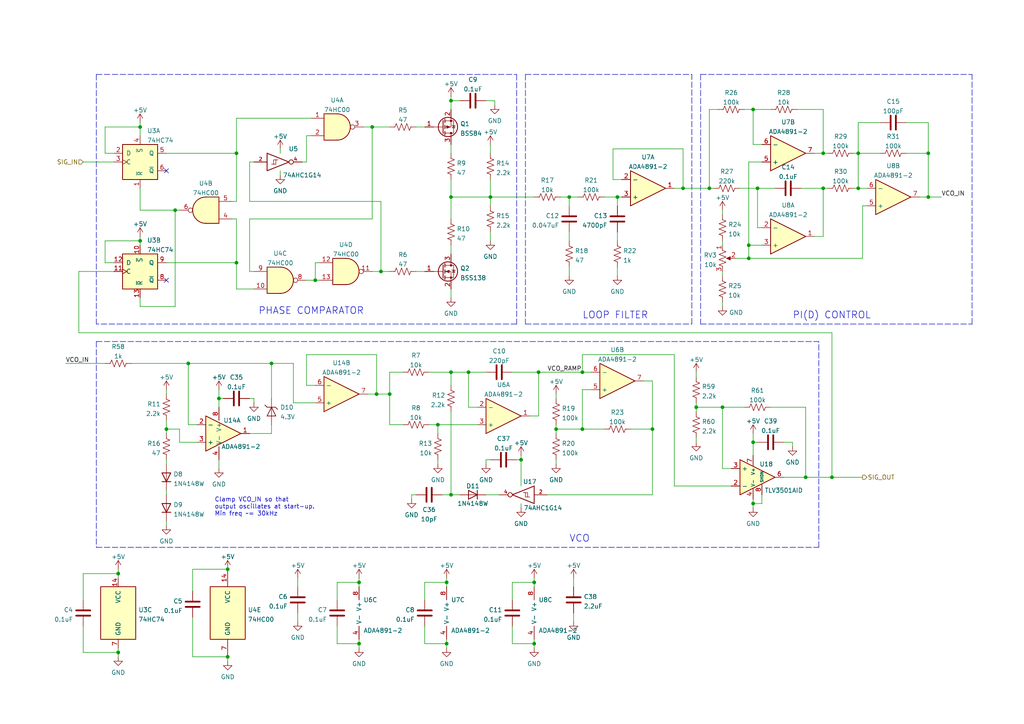
<source format=kicad_sch>
(kicad_sch (version 20211123) (generator eeschema)
  (paper "A4")
  (lib_symbols
    (symbol "74xGxx:74AHC1G14" (pin_names (offset 1.016))
      (property "Reference" "U" (at -2.54 3.81 0))
      (property "Value" "74AHC1G14" (at 0 -3.81 0))
      (symbol "74AHC1G14_1_1"
        (pin input line (at -7.62 0 0) (length 3.81) (name "~") (number "2"))
        (pin power_in line (at 0 -2.54 270) (length 0) hide (name "GND") (number "3"))
        (pin output inverted (at 6.35 0 180) (length 3.81) (name "~") (number "4"))
        (pin power_in line (at 0 2.54 90) (length 0) hide (name "VCC") (number "5"))
      )
    )
    (symbol "74xx:74HC00" (pin_names (offset 1.016))
      (property "Reference" "U" (at 0 1.27 0))
      (property "Value" "74HC00" (at 0 -1.27 0))
      (symbol "74HC00_1_1"
        (pin input line (at -7.62 2.54 0) (length 3.81) (name "~") (number "1"))
        (pin input line (at -7.62 -2.54 0) (length 3.81) (name "~") (number "2"))
        (pin output inverted (at 7.62 0 180) (length 3.81) (name "~") (number "3"))
      )
      (symbol "74HC00_1_2"
        (pin input inverted (at -7.62 2.54 0) (length 4.318) (name "~") (number "1"))
        (pin input inverted (at -7.62 -2.54 0) (length 4.318) (name "~") (number "2"))
        (pin output line (at 7.62 0 180) (length 3.81) (name "~") (number "3"))
      )
      (symbol "74HC00_2_1"
        (pin input line (at -7.62 2.54 0) (length 3.81) (name "~") (number "4"))
        (pin input line (at -7.62 -2.54 0) (length 3.81) (name "~") (number "5"))
        (pin output inverted (at 7.62 0 180) (length 3.81) (name "~") (number "6"))
      )
      (symbol "74HC00_2_2"
        (pin input inverted (at -7.62 2.54 0) (length 4.318) (name "~") (number "4"))
        (pin input inverted (at -7.62 -2.54 0) (length 4.318) (name "~") (number "5"))
        (pin output line (at 7.62 0 180) (length 3.81) (name "~") (number "6"))
      )
      (symbol "74HC00_3_1"
        (pin input line (at -7.62 -2.54 0) (length 3.81) (name "~") (number "10"))
        (pin output inverted (at 7.62 0 180) (length 3.81) (name "~") (number "8"))
        (pin input line (at -7.62 2.54 0) (length 3.81) (name "~") (number "9"))
      )
      (symbol "74HC00_3_2"
        (pin input inverted (at -7.62 -2.54 0) (length 4.318) (name "~") (number "10"))
        (pin output line (at 7.62 0 180) (length 3.81) (name "~") (number "8"))
        (pin input inverted (at -7.62 2.54 0) (length 4.318) (name "~") (number "9"))
      )
      (symbol "74HC00_4_1"
        (pin output inverted (at 7.62 0 180) (length 3.81) (name "~") (number "11"))
        (pin input line (at -7.62 2.54 0) (length 3.81) (name "~") (number "12"))
        (pin input line (at -7.62 -2.54 0) (length 3.81) (name "~") (number "13"))
      )
      (symbol "74HC00_4_2"
        (pin output line (at 7.62 0 180) (length 3.81) (name "~") (number "11"))
        (pin input inverted (at -7.62 2.54 0) (length 4.318) (name "~") (number "12"))
        (pin input inverted (at -7.62 -2.54 0) (length 4.318) (name "~") (number "13"))
      )
      (symbol "74HC00_5_0"
        (pin power_in line (at 0 12.7 270) (length 5.08) (name "VCC") (number "14"))
        (pin power_in line (at 0 -12.7 90) (length 5.08) (name "GND") (number "7"))
      )
    )
    (symbol "74xx:74HC74" (pin_names (offset 1.016))
      (property "Reference" "U" (at -7.62 8.89 0))
      (property "Value" "74HC74" (at -7.62 -8.89 0))
      (symbol "74HC74_1_0"
        (pin input line (at 0 -7.62 90) (length 2.54) (name "~{R}") (number "1"))
        (pin input line (at -7.62 2.54 0) (length 2.54) (name "D") (number "2"))
        (pin input clock (at -7.62 0 0) (length 2.54) (name "C") (number "3"))
        (pin input line (at 0 7.62 270) (length 2.54) (name "~{S}") (number "4"))
        (pin output line (at 7.62 2.54 180) (length 2.54) (name "Q") (number "5"))
        (pin output line (at 7.62 -2.54 180) (length 2.54) (name "~{Q}") (number "6"))
      )
      (symbol "74HC74_2_0"
        (pin input line (at 0 7.62 270) (length 2.54) (name "~{S}") (number "10"))
        (pin input clock (at -7.62 0 0) (length 2.54) (name "C") (number "11"))
        (pin input line (at -7.62 2.54 0) (length 2.54) (name "D") (number "12"))
        (pin input line (at 0 -7.62 90) (length 2.54) (name "~{R}") (number "13"))
        (pin output line (at 7.62 -2.54 180) (length 2.54) (name "~{Q}") (number "8"))
        (pin output line (at 7.62 2.54 180) (length 2.54) (name "Q") (number "9"))
      )
      (symbol "74HC74_3_0"
        (pin power_in line (at 0 10.16 270) (length 2.54) (name "VCC") (number "14"))
        (pin power_in line (at 0 -10.16 90) (length 2.54) (name "GND") (number "7"))
      )
    )
    (symbol "Device:C" (pin_numbers hide) (pin_names (offset 0.254))
      (property "Reference" "C" (at 0.635 2.54 0))
      (property "Value" "C" (at 0.635 -2.54 0))
      (symbol "C_1_1"
        (pin passive line (at 0 3.81 270) (length 2.794) (name "~") (number "1"))
        (pin passive line (at 0 -3.81 90) (length 2.794) (name "~") (number "2"))
      )
    )
    (symbol "Device:Opamp_Dual"
      (property "Reference" "U" (at 0 5.08 0))
      (property "Value" "Opamp_Dual" (at 0 -5.08 0))
      (symbol "Opamp_Dual_1_1"
        (pin output line (at 7.62 0 180) (length 2.54) (name "~") (number "1"))
        (pin input line (at -7.62 -2.54 0) (length 2.54) (name "-") (number "2"))
        (pin input line (at -7.62 2.54 0) (length 2.54) (name "+") (number "3"))
      )
      (symbol "Opamp_Dual_2_1"
        (pin input line (at -7.62 2.54 0) (length 2.54) (name "+") (number "5"))
        (pin input line (at -7.62 -2.54 0) (length 2.54) (name "-") (number "6"))
        (pin output line (at 7.62 0 180) (length 2.54) (name "~") (number "7"))
      )
      (symbol "Opamp_Dual_3_1"
        (pin power_in line (at -2.54 -7.62 90) (length 3.81) (name "V-") (number "4"))
        (pin power_in line (at -2.54 7.62 270) (length 3.81) (name "V+") (number "8"))
      )
    )
    (symbol "Device:R_Potentiometer_US" (pin_names (offset 1.016) hide)
      (property "Reference" "RV" (at -4.445 0 90))
      (property "Value" "R_Potentiometer_US" (at -2.54 0 90))
      (symbol "R_Potentiometer_US_1_1"
        (pin passive line (at 0 3.81 270) (length 1.27) (name "1") (number "1"))
        (pin passive line (at 3.81 0 180) (length 1.27) (name "2") (number "2"))
        (pin passive line (at 0 -3.81 90) (length 1.27) (name "3") (number "3"))
      )
    )
    (symbol "Device:R_US" (pin_numbers hide) (pin_names (offset 0))
      (property "Reference" "R" (at 2.54 0 90))
      (property "Value" "R_US" (at -2.54 0 90))
      (symbol "R_US_1_1"
        (pin passive line (at 0 3.81 270) (length 1.27) (name "~") (number "1"))
        (pin passive line (at 0 -3.81 90) (length 1.27) (name "~") (number "2"))
      )
    )
    (symbol "Diode:1N4148W" (pin_numbers hide) (pin_names (offset 1.016) hide)
      (property "Reference" "D" (at 0 2.54 0))
      (property "Value" "1N4148W" (at 0 -2.54 0))
      (symbol "1N4148W_1_1"
        (pin passive line (at -3.81 0 0) (length 2.54) (name "K") (number "1"))
        (pin passive line (at 3.81 0 180) (length 2.54) (name "A") (number "2"))
      )
    )
    (symbol "Repowered_Devices:D_Zener_Standard" (pin_numbers hide) (pin_names (offset 1.016) hide)
      (property "Reference" "D" (at 0 2.54 0))
      (property "Value" "D_Zener_Standard" (at 0 -2.54 0))
      (symbol "D_Zener_Standard_1_1"
        (pin passive line (at -3.81 0 0) (length 2.54) (name "K") (number "1"))
        (pin passive line (at 3.81 0 180) (length 2.54) (name "A") (number "2"))
      )
    )
    (symbol "Texas_Instruments:TLV3501AID"
      (property "Reference" "U" (at 0 3.81 0))
      (property "Value" "TLV3501AID" (at 0 1.27 0))
      (symbol "TLV3501AID_1_1"
        (pin no_connect line (at 8.89 -8.89 90) (length 2.54) hide (name "~") (number "1"))
        (pin input line (at -2.54 -7.62 0) (length 2.54) (name "-") (number "2"))
        (pin input line (at -2.54 -2.54 0) (length 2.54) (name "+") (number "3"))
        (pin power_in line (at 3.81 -11.43 90) (length 3) (name "V-") (number "4"))
        (pin no_connect line (at 8.89 -1.27 270) (length 2.54) hide (name "~") (number "5"))
        (pin output line (at 12.7 -5.08 180) (length 2.54) (name "~") (number "6"))
        (pin power_in line (at 3.81 1.27 270) (length 3) (name "V+") (number "7"))
        (pin input line (at 6.35 -10.16 90) (length 3) (name "SHDN") (number "8"))
      )
    )
    (symbol "Transistor_FET:BSS138" (pin_names hide)
      (property "Reference" "Q" (at 5.08 1.905 0))
      (property "Value" "BSS138" (at 5.08 0 0))
      (symbol "BSS138_1_1"
        (pin input line (at -5.08 0 0) (length 2.54) (name "G") (number "1"))
        (pin passive line (at 2.54 -5.08 90) (length 2.54) (name "S") (number "2"))
        (pin passive line (at 2.54 5.08 270) (length 2.54) (name "D") (number "3"))
      )
    )
    (symbol "Transistor_FET:BSS84" (pin_names hide)
      (property "Reference" "Q" (at 5.08 1.905 0))
      (property "Value" "BSS84" (at 5.08 0 0))
      (symbol "BSS84_1_1"
        (pin input line (at -5.08 0 0) (length 2.54) (name "G") (number "1"))
        (pin passive line (at 2.54 -5.08 90) (length 2.54) (name "S") (number "2"))
        (pin passive line (at 2.54 5.08 270) (length 2.54) (name "D") (number "3"))
      )
    )
    (symbol "power:+5V" (power) (pin_names (offset 0))
      (property "Value" "+5V" (at 0 3.556 0))
      (symbol "+5V_1_1"
        (pin power_in line (at 0 0 90) (length 0) hide (name "+5V") (number "1"))
      )
    )
    (symbol "power:GND" (power) (pin_names (offset 0))
      (property "Value" "GND" (at 0 -3.81 0))
      (symbol "GND_1_1"
        (pin power_in line (at 0 0 270) (length 0) hide (name "GND") (number "1"))
      )
    )
  )
  (junction (at 269.24 44.45))
  (junction (at 107.95 36.83))
  (junction (at 218.44 31.75))
  (junction (at 34.29 189.23))
  (junction (at 40.64 69.85))
  (junction (at 201.93 118.11))
  (junction (at 198.12 54.61))
  (junction (at 130.81 57.15))
  (junction (at 205.74 54.61))
  (junction (at 248.92 54.61))
  (junction (at 113.03 114.3))
  (junction (at 241.3 138.43))
  (junction (at 129.54 168.91))
  (junction (at 130.81 143.51))
  (junction (at 78.74 105.41))
  (junction (at 217.17 74.93))
  (junction (at 130.81 107.95))
  (junction (at 127 123.19))
  (junction (at 66.04 165.1))
  (junction (at 109.22 114.3))
  (junction (at 68.58 76.2))
  (junction (at 151.13 133.35))
  (junction (at 135.89 107.95))
  (junction (at 238.76 44.45))
  (junction (at 66.04 190.5))
  (junction (at 154.94 168.91))
  (junction (at 218.44 146.05))
  (junction (at 68.58 44.45))
  (junction (at 189.23 124.46))
  (junction (at 104.14 168.91))
  (junction (at 129.54 186.69))
  (junction (at 130.81 29.21))
  (junction (at 104.14 186.69))
  (junction (at 179.07 57.15))
  (junction (at 91.44 81.28))
  (junction (at 219.71 54.61))
  (junction (at 165.1 57.15))
  (junction (at 233.68 138.43))
  (junction (at 269.24 57.15))
  (junction (at 154.94 186.69))
  (junction (at 50.8 60.96))
  (junction (at 168.91 124.46))
  (junction (at 161.29 124.46))
  (junction (at 248.92 44.45))
  (junction (at 209.55 118.11))
  (junction (at 48.26 124.46))
  (junction (at 238.76 54.61))
  (junction (at 217.17 71.12))
  (junction (at 168.91 107.95))
  (junction (at 34.29 166.37))
  (junction (at 54.61 105.41))
  (junction (at 218.44 128.27))
  (junction (at 63.5 115.57))
  (junction (at 156.21 107.95))
  (junction (at 40.64 36.83))
  (junction (at 110.49 78.74))
  (junction (at 142.24 57.15))
  (no_connect (at 48.26 81.28))
  (no_connect (at 48.26 49.53))
  (wire (pts (xy 142.24 57.15) (xy 142.24 59.69)))
  (wire (pts (xy 233.68 118.11) (xy 233.68 138.43)))
  (wire (pts (xy 179.07 59.69) (xy 179.07 57.15)))
  (polyline (pts (xy 149.86 21.59) (xy 149.86 93.98)))
  (wire (pts (xy 88.9 39.37) (xy 90.17 39.37)))
  (wire (pts (xy 255.27 35.56) (xy 248.92 35.56)))
  (wire (pts (xy 104.14 187.96) (xy 104.14 186.69)))
  (wire (pts (xy 48.26 124.46) (xy 48.26 125.73)))
  (wire (pts (xy 248.92 35.56) (xy 248.92 44.45)))
  (wire (pts (xy 129.54 167.64) (xy 129.54 168.91)))
  (wire (pts (xy 151.13 132.08) (xy 151.13 133.35)))
  (wire (pts (xy 198.12 43.18) (xy 198.12 54.61)))
  (wire (pts (xy 33.02 78.74) (xy 22.86 78.74)))
  (wire (pts (xy 262.89 44.45) (xy 269.24 44.45)))
  (wire (pts (xy 168.91 107.95) (xy 171.45 107.95)))
  (wire (pts (xy 151.13 146.05) (xy 151.13 147.32)))
  (wire (pts (xy 130.81 27.94) (xy 130.81 29.21)))
  (wire (pts (xy 120.65 78.74) (xy 123.19 78.74)))
  (wire (pts (xy 238.76 54.61) (xy 240.03 54.61)))
  (wire (pts (xy 209.55 118.11) (xy 215.9 118.11)))
  (wire (pts (xy 54.61 123.19) (xy 57.15 123.19)))
  (wire (pts (xy 209.55 118.11) (xy 201.93 118.11)))
  (wire (pts (xy 113.03 107.95) (xy 116.84 107.95)))
  (polyline (pts (xy 203.2 21.59) (xy 281.94 21.59)))
  (wire (pts (xy 129.54 168.91) (xy 129.54 170.18)))
  (wire (pts (xy 48.26 142.24) (xy 48.26 143.51)))
  (wire (pts (xy 232.41 54.61) (xy 238.76 54.61)))
  (wire (pts (xy 107.95 36.83) (xy 107.95 63.5)))
  (wire (pts (xy 217.17 46.99) (xy 217.17 71.12)))
  (wire (pts (xy 227.33 128.27) (xy 229.87 128.27)))
  (wire (pts (xy 238.76 44.45) (xy 236.22 44.45)))
  (wire (pts (xy 48.26 44.45) (xy 68.58 44.45)))
  (wire (pts (xy 248.92 54.61) (xy 251.46 54.61)))
  (wire (pts (xy 142.24 133.35) (xy 140.97 133.35)))
  (wire (pts (xy 30.48 76.2) (xy 30.48 69.85)))
  (wire (pts (xy 130.81 29.21) (xy 133.35 29.21)))
  (wire (pts (xy 250.19 59.69) (xy 250.19 74.93)))
  (wire (pts (xy 209.55 60.96) (xy 209.55 62.23)))
  (wire (pts (xy 130.81 143.51) (xy 133.35 143.51)))
  (wire (pts (xy 135.89 107.95) (xy 140.97 107.95)))
  (polyline (pts (xy 27.94 99.06) (xy 237.49 99.06)))
  (wire (pts (xy 73.66 115.57) (xy 73.66 116.84)))
  (wire (pts (xy 209.55 69.85) (xy 209.55 71.12)))
  (wire (pts (xy 34.29 166.37) (xy 34.29 167.64)))
  (wire (pts (xy 34.29 165.1) (xy 34.29 166.37)))
  (wire (pts (xy 55.88 165.1) (xy 55.88 171.45)))
  (polyline (pts (xy 152.4 93.98) (xy 200.66 93.98)))
  (wire (pts (xy 161.29 114.3) (xy 161.29 115.57)))
  (wire (pts (xy 87.63 46.99) (xy 88.9 46.99)))
  (wire (pts (xy 40.64 88.9) (xy 50.8 88.9)))
  (wire (pts (xy 247.65 44.45) (xy 248.92 44.45)))
  (wire (pts (xy 215.9 31.75) (xy 218.44 31.75)))
  (wire (pts (xy 19.05 105.41) (xy 30.48 105.41)))
  (wire (pts (xy 238.76 54.61) (xy 238.76 68.58)))
  (wire (pts (xy 123.19 173.99) (xy 123.19 168.91)))
  (wire (pts (xy 91.44 81.28) (xy 92.71 81.28)))
  (wire (pts (xy 161.29 134.62) (xy 161.29 133.35)))
  (wire (pts (xy 34.29 189.23) (xy 34.29 190.5)))
  (wire (pts (xy 40.64 69.85) (xy 40.64 71.12)))
  (wire (pts (xy 68.58 34.29) (xy 68.58 44.45)))
  (wire (pts (xy 130.81 86.36) (xy 130.81 83.82)))
  (wire (pts (xy 205.74 54.61) (xy 207.01 54.61)))
  (wire (pts (xy 138.43 118.11) (xy 135.89 118.11)))
  (wire (pts (xy 161.29 124.46) (xy 161.29 125.73)))
  (wire (pts (xy 48.26 133.35) (xy 48.26 134.62)))
  (wire (pts (xy 48.26 113.03) (xy 48.26 114.3)))
  (polyline (pts (xy 281.94 93.98) (xy 281.94 21.59)))
  (wire (pts (xy 180.34 52.07) (xy 177.8 52.07)))
  (wire (pts (xy 66.04 165.1) (xy 55.88 165.1)))
  (wire (pts (xy 142.24 67.31) (xy 142.24 69.85)))
  (wire (pts (xy 107.95 36.83) (xy 113.03 36.83)))
  (wire (pts (xy 123.19 168.91) (xy 129.54 168.91)))
  (wire (pts (xy 33.02 76.2) (xy 30.48 76.2)))
  (wire (pts (xy 233.68 138.43) (xy 227.33 138.43)))
  (wire (pts (xy 24.13 189.23) (xy 34.29 189.23)))
  (wire (pts (xy 262.89 35.56) (xy 269.24 35.56)))
  (wire (pts (xy 97.79 173.99) (xy 97.79 168.91)))
  (wire (pts (xy 142.24 52.07) (xy 142.24 57.15)))
  (wire (pts (xy 128.27 143.51) (xy 130.81 143.51)))
  (wire (pts (xy 175.26 124.46) (xy 168.91 124.46)))
  (wire (pts (xy 52.07 128.27) (xy 52.07 124.46)))
  (wire (pts (xy 142.24 57.15) (xy 154.94 57.15)))
  (polyline (pts (xy 203.2 21.59) (xy 203.2 93.98)))
  (wire (pts (xy 88.9 81.28) (xy 91.44 81.28)))
  (wire (pts (xy 214.63 54.61) (xy 219.71 54.61)))
  (wire (pts (xy 217.17 74.93) (xy 217.17 71.12)))
  (wire (pts (xy 148.59 168.91) (xy 154.94 168.91)))
  (wire (pts (xy 218.44 125.73) (xy 218.44 128.27)))
  (wire (pts (xy 92.71 76.2) (xy 91.44 76.2)))
  (wire (pts (xy 219.71 66.04) (xy 219.71 54.61)))
  (wire (pts (xy 220.98 66.04) (xy 219.71 66.04)))
  (wire (pts (xy 218.44 41.91) (xy 220.98 41.91)))
  (wire (pts (xy 165.1 77.47) (xy 165.1 80.01)))
  (wire (pts (xy 78.74 123.19) (xy 78.74 125.73)))
  (wire (pts (xy 218.44 31.75) (xy 218.44 41.91)))
  (wire (pts (xy 107.95 78.74) (xy 110.49 78.74)))
  (wire (pts (xy 219.71 54.61) (xy 224.79 54.61)))
  (wire (pts (xy 72.39 125.73) (xy 78.74 125.73)))
  (wire (pts (xy 63.5 133.35) (xy 63.5 135.89)))
  (polyline (pts (xy 27.94 158.75) (xy 237.49 158.75)))
  (wire (pts (xy 123.19 186.69) (xy 129.54 186.69)))
  (wire (pts (xy 130.81 71.12) (xy 130.81 73.66)))
  (wire (pts (xy 218.44 128.27) (xy 219.71 128.27)))
  (wire (pts (xy 68.58 58.42) (xy 67.31 58.42)))
  (wire (pts (xy 217.17 71.12) (xy 220.98 71.12)))
  (wire (pts (xy 223.52 118.11) (xy 233.68 118.11)))
  (wire (pts (xy 110.49 78.74) (xy 110.49 58.42)))
  (wire (pts (xy 241.3 96.52) (xy 241.3 138.43)))
  (wire (pts (xy 161.29 123.19) (xy 161.29 124.46)))
  (wire (pts (xy 48.26 151.13) (xy 48.26 152.4)))
  (wire (pts (xy 91.44 116.84) (xy 85.09 116.84)))
  (wire (pts (xy 148.59 186.69) (xy 148.59 181.61)))
  (wire (pts (xy 97.79 168.91) (xy 104.14 168.91)))
  (wire (pts (xy 177.8 52.07) (xy 177.8 43.18)))
  (polyline (pts (xy 237.49 158.75) (xy 237.49 99.06)))
  (wire (pts (xy 130.81 57.15) (xy 130.81 63.5)))
  (wire (pts (xy 120.65 143.51) (xy 119.38 143.51)))
  (polyline (pts (xy 152.4 21.59) (xy 152.4 93.98)))
  (wire (pts (xy 24.13 166.37) (xy 24.13 173.99)))
  (wire (pts (xy 195.58 102.87) (xy 195.58 140.97)))
  (wire (pts (xy 50.8 88.9) (xy 50.8 60.96)))
  (wire (pts (xy 179.07 67.31) (xy 179.07 69.85)))
  (wire (pts (xy 72.39 58.42) (xy 72.39 46.99)))
  (wire (pts (xy 218.44 146.05) (xy 218.44 144.78)))
  (wire (pts (xy 130.81 29.21) (xy 130.81 31.75)))
  (wire (pts (xy 40.64 35.56) (xy 40.64 36.83)))
  (polyline (pts (xy 27.94 99.06) (xy 27.94 158.75)))
  (wire (pts (xy 154.94 187.96) (xy 154.94 186.69)))
  (wire (pts (xy 130.81 52.07) (xy 130.81 57.15)))
  (wire (pts (xy 104.14 185.42) (xy 104.14 186.69)))
  (wire (pts (xy 104.14 168.91) (xy 104.14 170.18)))
  (wire (pts (xy 50.8 60.96) (xy 52.07 60.96)))
  (wire (pts (xy 113.03 123.19) (xy 113.03 114.3)))
  (wire (pts (xy 148.59 186.69) (xy 154.94 186.69)))
  (wire (pts (xy 63.5 115.57) (xy 63.5 118.11)))
  (wire (pts (xy 201.93 118.11) (xy 201.93 119.38)))
  (wire (pts (xy 24.13 46.99) (xy 33.02 46.99)))
  (wire (pts (xy 86.36 177.8) (xy 86.36 180.34)))
  (wire (pts (xy 119.38 143.51) (xy 119.38 144.78)))
  (wire (pts (xy 168.91 124.46) (xy 168.91 113.03)))
  (polyline (pts (xy 27.94 21.59) (xy 149.86 21.59)))
  (wire (pts (xy 54.61 105.41) (xy 78.74 105.41)))
  (wire (pts (xy 209.55 87.63) (xy 209.55 88.9)))
  (wire (pts (xy 179.07 57.15) (xy 175.26 57.15)))
  (wire (pts (xy 81.28 43.18) (xy 81.28 44.45)))
  (wire (pts (xy 78.74 115.57) (xy 78.74 105.41)))
  (wire (pts (xy 201.93 128.27) (xy 201.93 127)))
  (wire (pts (xy 179.07 57.15) (xy 180.34 57.15)))
  (wire (pts (xy 40.64 60.96) (xy 50.8 60.96)))
  (wire (pts (xy 247.65 54.61) (xy 248.92 54.61)))
  (wire (pts (xy 63.5 113.03) (xy 63.5 115.57)))
  (wire (pts (xy 38.1 105.41) (xy 54.61 105.41)))
  (wire (pts (xy 33.02 44.45) (xy 30.48 44.45)))
  (wire (pts (xy 55.88 179.07) (xy 55.88 190.5)))
  (wire (pts (xy 68.58 63.5) (xy 67.31 63.5)))
  (polyline (pts (xy 152.4 21.59) (xy 200.66 21.59)))
  (wire (pts (xy 151.13 133.35) (xy 151.13 140.97)))
  (wire (pts (xy 22.86 78.74) (xy 22.86 96.52)))
  (wire (pts (xy 130.81 107.95) (xy 135.89 107.95)))
  (wire (pts (xy 209.55 78.74) (xy 209.55 80.01)))
  (wire (pts (xy 168.91 107.95) (xy 168.91 102.87)))
  (wire (pts (xy 113.03 114.3) (xy 113.03 107.95)))
  (wire (pts (xy 130.81 107.95) (xy 130.81 111.76)))
  (wire (pts (xy 127 134.62) (xy 127 133.35)))
  (wire (pts (xy 218.44 146.05) (xy 218.44 147.32)))
  (wire (pts (xy 54.61 105.41) (xy 54.61 123.19)))
  (wire (pts (xy 120.65 36.83) (xy 123.19 36.83)))
  (wire (pts (xy 40.64 36.83) (xy 40.64 39.37)))
  (wire (pts (xy 63.5 115.57) (xy 64.77 115.57)))
  (wire (pts (xy 223.52 31.75) (xy 218.44 31.75)))
  (wire (pts (xy 140.97 133.35) (xy 140.97 134.62)))
  (wire (pts (xy 88.9 111.76) (xy 91.44 111.76)))
  (polyline (pts (xy 203.2 93.98) (xy 281.94 93.98)))
  (wire (pts (xy 85.09 105.41) (xy 78.74 105.41)))
  (wire (pts (xy 66.04 190.5) (xy 66.04 191.77)))
  (wire (pts (xy 154.94 185.42) (xy 154.94 186.69)))
  (wire (pts (xy 186.69 110.49) (xy 189.23 110.49)))
  (wire (pts (xy 143.51 29.21) (xy 143.51 30.48)))
  (polyline (pts (xy 27.94 21.59) (xy 27.94 93.98)))
  (wire (pts (xy 269.24 44.45) (xy 269.24 57.15)))
  (wire (pts (xy 142.24 57.15) (xy 130.81 57.15)))
  (wire (pts (xy 48.26 121.92) (xy 48.26 124.46)))
  (wire (pts (xy 104.14 167.64) (xy 104.14 168.91)))
  (wire (pts (xy 24.13 181.61) (xy 24.13 189.23)))
  (wire (pts (xy 68.58 83.82) (xy 68.58 76.2)))
  (wire (pts (xy 109.22 114.3) (xy 113.03 114.3)))
  (wire (pts (xy 266.7 57.15) (xy 269.24 57.15)))
  (wire (pts (xy 238.76 31.75) (xy 238.76 44.45)))
  (wire (pts (xy 153.67 120.65) (xy 156.21 120.65)))
  (wire (pts (xy 130.81 119.38) (xy 130.81 143.51)))
  (wire (pts (xy 88.9 46.99) (xy 88.9 39.37)))
  (wire (pts (xy 130.81 41.91) (xy 130.81 44.45)))
  (wire (pts (xy 220.98 146.05) (xy 218.44 146.05)))
  (wire (pts (xy 140.97 29.21) (xy 143.51 29.21)))
  (wire (pts (xy 97.79 186.69) (xy 97.79 181.61)))
  (wire (pts (xy 201.93 116.84) (xy 201.93 118.11)))
  (wire (pts (xy 110.49 78.74) (xy 113.03 78.74)))
  (wire (pts (xy 88.9 102.87) (xy 88.9 111.76)))
  (wire (pts (xy 34.29 189.23) (xy 34.29 187.96)))
  (wire (pts (xy 68.58 34.29) (xy 90.17 34.29)))
  (wire (pts (xy 231.14 31.75) (xy 238.76 31.75)))
  (wire (pts (xy 269.24 35.56) (xy 269.24 44.45)))
  (wire (pts (xy 57.15 128.27) (xy 52.07 128.27)))
  (wire (pts (xy 129.54 185.42) (xy 129.54 186.69)))
  (wire (pts (xy 177.8 43.18) (xy 198.12 43.18)))
  (wire (pts (xy 52.07 124.46) (xy 48.26 124.46)))
  (wire (pts (xy 179.07 77.47) (xy 179.07 80.01)))
  (wire (pts (xy 22.86 96.52) (xy 241.3 96.52)))
  (wire (pts (xy 40.64 68.58) (xy 40.64 69.85)))
  (wire (pts (xy 189.23 124.46) (xy 189.23 143.51)))
  (wire (pts (xy 220.98 46.99) (xy 217.17 46.99)))
  (wire (pts (xy 250.19 138.43) (xy 241.3 138.43)))
  (wire (pts (xy 248.92 54.61) (xy 248.92 44.45)))
  (wire (pts (xy 107.95 63.5) (xy 72.39 63.5)))
  (wire (pts (xy 233.68 138.43) (xy 241.3 138.43)))
  (wire (pts (xy 30.48 36.83) (xy 40.64 36.83)))
  (wire (pts (xy 165.1 57.15) (xy 167.64 57.15)))
  (wire (pts (xy 30.48 69.85) (xy 40.64 69.85)))
  (wire (pts (xy 34.29 166.37) (xy 24.13 166.37)))
  (wire (pts (xy 86.36 167.64) (xy 86.36 170.18)))
  (wire (pts (xy 212.09 135.89) (xy 209.55 135.89)))
  (wire (pts (xy 124.46 123.19) (xy 127 123.19)))
  (wire (pts (xy 68.58 44.45) (xy 68.58 58.42)))
  (polyline (pts (xy 149.86 93.98) (xy 27.94 93.98)))
  (wire (pts (xy 201.93 107.95) (xy 201.93 109.22)))
  (wire (pts (xy 213.36 74.93) (xy 217.17 74.93)))
  (wire (pts (xy 48.26 76.2) (xy 68.58 76.2)))
  (wire (pts (xy 68.58 76.2) (xy 68.58 63.5)))
  (wire (pts (xy 205.74 31.75) (xy 205.74 54.61)))
  (wire (pts (xy 140.97 143.51) (xy 144.78 143.51)))
  (wire (pts (xy 269.24 57.15) (xy 273.05 57.15)))
  (wire (pts (xy 161.29 124.46) (xy 168.91 124.46)))
  (wire (pts (xy 124.46 107.95) (xy 130.81 107.95)))
  (wire (pts (xy 205.74 31.75) (xy 208.28 31.75)))
  (wire (pts (xy 142.24 44.45) (xy 142.24 41.91)))
  (wire (pts (xy 165.1 67.31) (xy 165.1 69.85)))
  (wire (pts (xy 168.91 113.03) (xy 171.45 113.03)))
  (wire (pts (xy 165.1 59.69) (xy 165.1 57.15)))
  (wire (pts (xy 154.94 168.91) (xy 154.94 170.18)))
  (wire (pts (xy 156.21 107.95) (xy 156.21 120.65)))
  (wire (pts (xy 81.28 49.53) (xy 81.28 50.8)))
  (wire (pts (xy 218.44 128.27) (xy 218.44 132.08)))
  (wire (pts (xy 198.12 54.61) (xy 205.74 54.61)))
  (wire (pts (xy 72.39 46.99) (xy 73.66 46.99)))
  (wire (pts (xy 55.88 190.5) (xy 66.04 190.5)))
  (wire (pts (xy 105.41 36.83) (xy 107.95 36.83)))
  (wire (pts (xy 30.48 44.45) (xy 30.48 36.83)))
  (wire (pts (xy 229.87 128.27) (xy 229.87 129.54)))
  (wire (pts (xy 166.37 177.8) (xy 166.37 180.34)))
  (wire (pts (xy 251.46 59.69) (xy 250.19 59.69)))
  (wire (pts (xy 73.66 83.82) (xy 68.58 83.82)))
  (wire (pts (xy 220.98 143.51) (xy 220.98 146.05)))
  (wire (pts (xy 72.39 58.42) (xy 110.49 58.42)))
  (wire (pts (xy 148.59 173.99) (xy 148.59 168.91)))
  (wire (pts (xy 189.23 110.49) (xy 189.23 124.46)))
  (wire (pts (xy 217.17 74.93) (xy 250.19 74.93)))
  (wire (pts (xy 106.68 114.3) (xy 109.22 114.3)))
  (wire (pts (xy 72.39 63.5) (xy 72.39 78.74)))
  (wire (pts (xy 40.64 86.36) (xy 40.64 88.9)))
  (wire (pts (xy 40.64 54.61) (xy 40.64 60.96)))
  (wire (pts (xy 165.1 57.15) (xy 162.56 57.15)))
  (wire (pts (xy 149.86 133.35) (xy 151.13 133.35)))
  (wire (pts (xy 209.55 135.89) (xy 209.55 118.11)))
  (polyline (pts (xy 200.66 93.98) (xy 200.66 21.59)))
  (wire (pts (xy 154.94 167.64) (xy 154.94 168.91)))
  (wire (pts (xy 238.76 44.45) (xy 240.03 44.45)))
  (wire (pts (xy 72.39 78.74) (xy 73.66 78.74)))
  (wire (pts (xy 127 123.19) (xy 127 125.73)))
  (wire (pts (xy 85.09 105.41) (xy 85.09 116.84)))
  (wire (pts (xy 97.79 186.69) (xy 104.14 186.69)))
  (wire (pts (xy 135.89 118.11) (xy 135.89 107.95)))
  (wire (pts (xy 166.37 167.64) (xy 166.37 170.18)))
  (wire (pts (xy 158.75 143.51) (xy 189.23 143.51)))
  (wire (pts (xy 109.22 102.87) (xy 88.9 102.87)))
  (wire (pts (xy 116.84 123.19) (xy 113.03 123.19)))
  (wire (pts (xy 198.12 54.61) (xy 195.58 54.61)))
  (wire (pts (xy 109.22 114.3) (xy 109.22 102.87)))
  (wire (pts (xy 195.58 140.97) (xy 212.09 140.97)))
  (wire (pts (xy 129.54 187.96) (xy 129.54 186.69)))
  (wire (pts (xy 248.92 44.45) (xy 255.27 44.45)))
  (wire (pts (xy 127 123.19) (xy 138.43 123.19)))
  (wire (pts (xy 148.59 107.95) (xy 156.21 107.95)))
  (wire (pts (xy 238.76 68.58) (xy 236.22 68.58)))
  (wire (pts (xy 168.91 102.87) (xy 195.58 102.87)))
  (wire (pts (xy 156.21 107.95) (xy 168.91 107.95)))
  (wire (pts (xy 91.44 76.2) (xy 91.44 81.28)))
  (wire (pts (xy 189.23 124.46) (xy 182.88 124.46)))
  (wire (pts (xy 123.19 186.69) (xy 123.19 181.61)))
  (wire (pts (xy 72.39 115.57) (xy 73.66 115.57)))
  (text "LOOP FILTER" (at 168.91 92.71 0) (effects (font (size 2 2)) (justify left bottom)))
  (text "Clamp VCO_IN so that \noutput oscillates at start-up.\nMin freq ~= 30kHz" (at 62.23 149.86 0) (effects (font (size 1.27 1.27)) (justify left bottom)))
  (text "VCO" (at 165.1 157.48 0) (effects (font (size 2 2)) (justify left bottom)))
  (text "PI(D) CONTROL" (at 229.87 92.71 0) (effects (font (size 2 2)) (justify left bottom)))
  (text "PHASE COMPARATOR" (at 74.93 91.44 0) (effects (font (size 2 2)) (justify left bottom)))
  (label "VCO_IN" (at 273.05 57.15 0))
  (label "VCO_RAMP" (at 158.75 107.95 0))
  (label "VCO_IN" (at 19.05 105.41 0))
  (hierarchical_label "SIG_IN" (shape input) (at 24.13 46.99 180))
  (hierarchical_label "SIG_OUT" (shape output) (at 250.19 138.43 0))
  (symbol (lib_id "Device:R_US") (at 142.24 63.5 180) (unit 1)
    (property "Reference" "R15" (at 143.891 62.5915 0) (effects (justify right)))
    (property "Value" "2.2k" (at 143.891 65.3666 0) (effects (justify right)))
    (property "Footprint" "Resistor_SMD:R_0805_2012Metric" (effects hide))
  )
  (symbol (lib_id "power:+5V") (at 81.28 43.18 0) (unit 1)
    (property "Reference" "#PWR017" (effects hide))
    (property "Value" "+5V" (at 81.28 39.5755 0))
  )
  (symbol (lib_id "Device:R_US") (at 48.26 129.54 180) (unit 1)
    (property "Reference" "R16" (at 46.609 128.6315 0) (effects (justify left)))
    (property "Value" "47" (at 46.609 131.4066 0) (effects (justify left)))
    (property "Footprint" "Resistor_SMD:R_0805_2012Metric" (effects hide))
  )
  (symbol (lib_id "Device:C") (at 228.6 54.61 90) (unit 1)
    (property "Reference" "C14" (at 228.6 48.4845 90))
    (property "Value" "0.1uF" (at 228.6 51.2596 90))
    (property "Footprint" "Capacitor_SMD:C_0603_1608Metric" (effects hide))
  )
  (symbol (lib_id "Transistor_FET:BSS84") (at 128.27 36.83 0) (mirror x) (unit 1)
    (property "Reference" "Q1" (at 133.477 35.9215 0) (effects (justify left)))
    (property "Value" "BSS84" (at 133.477 38.6966 0) (effects (justify left)))
    (property "Footprint" "Repowered_TO-SOT-SMD:SOT-23" (effects hide))
    (property "Datasheet" "http://assets.nexperia.com/documents/data-sheet/BSS84.pdf" (effects hide))
  )
  (symbol (lib_id "Device:R_US") (at 48.26 118.11 180) (unit 1)
    (property "Reference" "R11" (at 46.6091 117.2015 0) (effects (justify left)))
    (property "Value" "2.2k" (at 46.6091 119.9766 0) (effects (justify left)))
    (property "Footprint" "Resistor_SMD:R_0805_2012Metric" (effects hide))
  )
  (symbol (lib_id "74xx:74HC00") (at 100.33 78.74 0) (unit 4)
    (property "Reference" "U4" (at 100.33 70.9635 0))
    (property "Value" "74HC00" (at 100.33 73.7386 0))
    (property "Footprint" "Package_SO:SOIC-14_3.9x8.7mm_P1.27mm" (effects hide))
    (property "Datasheet" "http://www.ti.com/lit/gpn/sn74hc00" (effects hide))
  )
  (symbol (lib_id "power:GND") (at 229.87 129.54 0) (unit 1)
    (property "Reference" "#PWR097" (effects hide))
    (property "Value" "GND" (at 229.87 134.1025 0))
  )
  (symbol (lib_id "power:GND") (at 165.1 80.01 0) (unit 1)
    (property "Reference" "#PWR034" (effects hide))
    (property "Value" "GND" (at 165.1 84.5725 0))
  )
  (symbol (lib_id "Device:R_US") (at 212.09 31.75 270) (unit 1)
    (property "Reference" "R26" (at 212.09 26.8945 90))
    (property "Value" "100k" (at 212.09 29.6696 90))
    (property "Footprint" "Resistor_SMD:R_0805_2012Metric" (effects hide))
  )
  (symbol (lib_id "Texas_Instruments:TLV3501AID") (at 214.63 133.35 0) (unit 1)
    (property "Reference" "U18" (at 222.25 134.62 0))
    (property "Value" "TLV3501AID" (at 227.33 142.24 0))
    (property "Footprint" "Package_SO:SOIC-8_3.9x4.9mm_P1.27mm" (effects hide))
  )
  (symbol (lib_id "power:GND") (at 179.07 80.01 0) (unit 1)
    (property "Reference" "#PWR037" (effects hide))
    (property "Value" "GND" (at 179.07 84.5725 0))
  )
  (symbol (lib_id "Device:R_US") (at 34.29 105.41 270) (unit 1)
    (property "Reference" "R58" (at 34.29 100.5545 90))
    (property "Value" "1k" (at 34.29 103.3296 90))
    (property "Footprint" "Resistor_SMD:R_0805_2012Metric" (effects hide))
  )
  (symbol (lib_id "Device:R_US") (at 161.29 129.54 0) (unit 1)
    (property "Reference" "R20" (at 162.941 128.6315 0) (effects (justify left)))
    (property "Value" "100k" (at 162.941 131.4066 0) (effects (justify left)))
    (property "Footprint" "Resistor_SMD:R_0805_2012Metric" (effects hide))
  )
  (symbol (lib_id "Device:R_US") (at 209.55 83.82 0) (unit 1)
    (property "Reference" "R25" (at 211.201 82.9115 0) (effects (justify left)))
    (property "Value" "10k" (at 211.201 85.6866 0) (effects (justify left)))
    (property "Footprint" "Resistor_SMD:R_0805_2012Metric" (effects hide))
  )
  (symbol (lib_id "power:+5V") (at 86.36 167.64 0) (unit 1)
    (property "Reference" "#PWR019" (effects hide))
    (property "Value" "+5V" (at 86.36 164.0355 0))
  )
  (symbol (lib_id "Device:C") (at 24.13 177.8 0) (unit 1)
    (property "Reference" "C4" (at 21.209 176.8915 0) (effects (justify right)))
    (property "Value" "0.1uF" (at 21.209 179.6666 0) (effects (justify right)))
    (property "Footprint" "Capacitor_SMD:C_0603_1608Metric" (effects hide))
  )
  (symbol (lib_id "Device:C") (at 68.58 115.57 90) (unit 1)
    (property "Reference" "C35" (at 68.58 109.4445 90))
    (property "Value" "0.1uF" (at 68.58 112.2196 90))
    (property "Footprint" "Capacitor_SMD:C_0603_1608Metric" (effects hide))
  )
  (symbol (lib_id "74xGxx:74AHC1G14") (at 151.13 143.51 0) (mirror y) (unit 1)
    (property "Reference" "U17" (at 153.67 139.7 0))
    (property "Value" "74AHC1G14" (at 157.48 147.32 0))
    (property "Footprint" "Package_TO_SOT_SMD:SOT-23-5" (effects hide))
    (property "Datasheet" "https://www.ti.com/lit/ds/symlink/sn74lvc1g14.pdf" (effects hide))
  )
  (symbol (lib_id "Device:R_US") (at 209.55 66.04 0) (unit 1)
    (property "Reference" "R24" (at 211.201 65.1315 0) (effects (justify left)))
    (property "Value" "10k" (at 211.201 67.9066 0) (effects (justify left)))
    (property "Footprint" "Resistor_SMD:R_0805_2012Metric" (effects hide))
  )
  (symbol (lib_id "74xx:74HC74") (at 40.64 46.99 0) (unit 1)
    (property "Reference" "U3" (at 42.6594 37.9435 0) (effects (justify left)))
    (property "Value" "74HC74" (at 42.6594 40.7186 0) (effects (justify left)))
    (property "Footprint" "Package_SO:SOIC-14_3.9x8.7mm_P1.27mm" (effects hide))
    (property "Datasheet" "74xx/74hc_hct74.pdf" (effects hide))
  )
  (symbol (lib_id "Device:C") (at 86.36 173.99 0) (unit 1)
    (property "Reference" "C6" (at 83.439 173.0815 0) (effects (justify right)))
    (property "Value" "0.1uF" (at 83.439 175.8566 0) (effects (justify right)))
    (property "Footprint" "Capacitor_SMD:C_0603_1608Metric" (effects hide))
  )
  (symbol (lib_id "power:GND") (at 129.54 187.96 0) (unit 1)
    (property "Reference" "#PWR027" (effects hide))
    (property "Value" "GND" (at 129.54 192.5225 0))
  )
  (symbol (lib_id "74xx:74HC74") (at 34.29 177.8 0) (unit 3)
    (property "Reference" "U3" (at 40.132 176.8915 0) (effects (justify left)))
    (property "Value" "74HC74" (at 40.132 179.6666 0) (effects (justify left)))
    (property "Footprint" "Package_SO:SOIC-14_3.9x8.7mm_P1.27mm" (effects hide))
    (property "Datasheet" "74xx/74hc_hct74.pdf" (effects hide))
  )
  (symbol (lib_id "power:+5V") (at 201.93 107.95 0) (unit 1)
    (property "Reference" "#PWR093" (effects hide))
    (property "Value" "+5V" (at 201.93 104.3455 0))
  )
  (symbol (lib_id "power:GND") (at 119.38 144.78 0) (unit 1)
    (property "Reference" "#PWR087" (effects hide))
    (property "Value" "GND" (at 119.38 149.3425 0))
  )
  (symbol (lib_id "power:GND") (at 143.51 30.48 0) (unit 1)
    (property "Reference" "#PWR031" (effects hide))
    (property "Value" "GND" (at 143.51 35.0425 0))
  )
  (symbol (lib_id "power:+5V") (at 40.64 68.58 0) (unit 1)
    (property "Reference" "#PWR014" (effects hide))
    (property "Value" "+5V" (at 40.64 64.9755 0))
  )
  (symbol (lib_id "power:+5V") (at 63.5 113.03 0) (unit 1)
    (property "Reference" "#PWR084" (effects hide))
    (property "Value" "+5V" (at 63.5 109.4255 0))
  )
  (symbol (lib_id "power:GND") (at 127 134.62 0) (unit 1)
    (property "Reference" "#PWR028" (effects hide))
    (property "Value" "GND" (at 127 139.1825 0))
  )
  (symbol (lib_id "74xx:74HC00") (at 59.69 60.96 180) (unit 2)
    (property "Reference" "U4" (at 59.69 53.1835 0))
    (property "Value" "74HC00" (at 59.69 55.9586 0))
    (property "Footprint" "Package_SO:SOIC-14_3.9x8.7mm_P1.27mm" (effects hide))
    (property "Datasheet" "http://www.ti.com/lit/gpn/sn74hc00" (effects hide))
  )
  (symbol (lib_id "power:+5V") (at 104.14 167.64 0) (unit 1)
    (property "Reference" "#PWR021" (effects hide))
    (property "Value" "+5V" (at 104.14 164.0355 0))
  )
  (symbol (lib_id "power:+5V") (at 40.64 35.56 0) (unit 1)
    (property "Reference" "#PWR013" (effects hide))
    (property "Value" "+5V" (at 40.64 31.9555 0))
  )
  (symbol (lib_id "Device:R_US") (at 179.07 73.66 180) (unit 1)
    (property "Reference" "R22" (at 180.721 72.7515 0) (effects (justify right)))
    (property "Value" "1k" (at 180.721 75.5266 0) (effects (justify right)))
    (property "Footprint" "Resistor_SMD:R_0805_2012Metric" (effects hide))
  )
  (symbol (lib_id "74xx:74HC00") (at 97.79 36.83 0) (unit 1)
    (property "Reference" "U4" (at 97.79 29.0535 0))
    (property "Value" "74HC00" (at 97.79 31.8286 0))
    (property "Footprint" "Package_SO:SOIC-14_3.9x8.7mm_P1.27mm" (effects hide))
    (property "Datasheet" "http://www.ti.com/lit/gpn/sn74hc00" (effects hide))
  )
  (symbol (lib_id "Device:Opamp_Dual") (at 132.08 177.8 0) (unit 3)
    (property "Reference" "U7" (at 130.81 173.99 0) (effects (justify left)))
    (property "Value" "ADA4891-2" (at 130.81 182.88 0) (effects (justify left)))
    (property "Footprint" "Package_SO:SOIC-8_3.9x4.9mm_P1.27mm" (effects hide))
  )
  (symbol (lib_id "Device:R_US") (at 243.84 44.45 270) (unit 1)
    (property "Reference" "R29" (at 243.84 39.5945 90))
    (property "Value" "100k" (at 243.84 42.3696 90))
    (property "Footprint" "Resistor_SMD:R_0805_2012Metric" (effects hide))
  )
  (symbol (lib_id "Device:R_US") (at 116.84 36.83 90) (unit 1)
    (property "Reference" "R5" (at 116.84 31.9745 90))
    (property "Value" "47" (at 116.84 34.7496 90))
    (property "Footprint" "Resistor_SMD:R_0805_2012Metric" (effects hide))
  )
  (symbol (lib_id "power:+5V") (at 209.55 60.96 0) (unit 1)
    (property "Reference" "#PWR038" (effects hide))
    (property "Value" "+5V" (at 209.55 57.3555 0))
  )
  (symbol (lib_id "Device:R_US") (at 116.84 78.74 90) (unit 1)
    (property "Reference" "R6" (at 116.84 73.8845 90))
    (property "Value" "47" (at 116.84 76.6596 90))
    (property "Footprint" "Resistor_SMD:R_0805_2012Metric" (effects hide))
  )
  (symbol (lib_id "Device:C") (at 146.05 133.35 90) (unit 1)
    (property "Reference" "C37" (at 146.05 127.2245 90))
    (property "Value" "0.1uF" (at 146.05 129.9996 90))
    (property "Footprint" "Capacitor_SMD:C_0603_1608Metric" (effects hide))
  )
  (symbol (lib_id "Device:Opamp_Dual") (at 157.48 177.8 0) (unit 3)
    (property "Reference" "U8" (at 156.21 173.99 0) (effects (justify left)))
    (property "Value" "ADA4891-2" (at 156.21 182.88 0) (effects (justify left)))
    (property "Footprint" "Package_SO:SOIC-8_3.9x4.9mm_P1.27mm" (effects hide))
  )
  (symbol (lib_id "Repowered_Devices:D_Zener_Standard") (at 78.74 119.38 270) (unit 1)
    (property "Reference" "D10" (at 81.2546 118.154 90) (effects (justify left)))
    (property "Value" "4.3V" (at 81.2546 120.9291 90) (effects (justify left)))
    (property "Footprint" "Diode_SMD:D_SOD-123" (effects hide))
    (property "MFG_PN" "BZT52C4V3" (effects hide))
  )
  (symbol (lib_id "Device:Opamp_Dual") (at 66.04 125.73 0) (unit 3)
    (property "Reference" "U14" (effects hide))
    (property "Value" "ADA4891-2" (effects hide))
    (property "Footprint" "Package_SO:SOIC-8_3.9x4.9mm_P1.27mm" (effects hide))
  )
  (symbol (lib_id "power:+5V") (at 151.13 132.08 0) (mirror y) (unit 1)
    (property "Reference" "#PWR089" (effects hide))
    (property "Value" "+5V" (at 151.13 128.4755 0))
  )
  (symbol (lib_id "power:GND") (at 104.14 187.96 0) (unit 1)
    (property "Reference" "#PWR022" (effects hide))
    (property "Value" "GND" (at 104.14 192.5225 0))
  )
  (symbol (lib_id "Device:R_US") (at 171.45 57.15 270) (unit 1)
    (property "Reference" "R21" (at 171.45 52.2945 90))
    (property "Value" "100k" (at 171.45 55.0696 90))
    (property "Footprint" "Resistor_SMD:R_0805_2012Metric" (effects hide))
  )
  (symbol (lib_id "power:+5V") (at 166.37 167.64 0) (unit 1)
    (property "Reference" "#PWR091" (effects hide))
    (property "Value" "+5V" (at 166.37 164.0355 0))
  )
  (symbol (lib_id "Device:Opamp_Dual") (at 228.6 68.58 0) (mirror x) (unit 1)
    (property "Reference" "U8" (at 228.6 59.5335 0))
    (property "Value" "ADA4891-2" (at 228.6 62.3086 0))
    (property "Footprint" "Package_SO:SOIC-8_3.9x4.9mm_P1.27mm" (effects hide))
  )
  (symbol (lib_id "power:GND") (at 66.04 191.77 0) (unit 1)
    (property "Reference" "#PWR016" (effects hide))
    (property "Value" "GND" (at 66.04 196.3325 0))
  )
  (symbol (lib_id "power:+5V") (at 129.54 167.64 0) (unit 1)
    (property "Reference" "#PWR026" (effects hide))
    (property "Value" "+5V" (at 129.54 164.0355 0))
  )
  (symbol (lib_id "Diode:1N4148W") (at 137.16 143.51 180) (unit 1)
    (property "Reference" "D11" (at 137.16 140.97 0))
    (property "Value" "1N4148W" (at 137.16 146.05 0))
    (property "Footprint" "Diode_SMD:D_SOD-123" (effects hide))
    (property "Datasheet" "https://www.vishay.com/docs/85748/1n4148w.pdf" (effects hide))
  )
  (symbol (lib_id "Device:R_US") (at 201.93 113.03 0) (unit 1)
    (property "Reference" "R59" (at 203.581 112.1215 0) (effects (justify left)))
    (property "Value" "2.2k" (at 203.581 114.8966 0) (effects (justify left)))
    (property "Footprint" "Resistor_SMD:R_0805_2012Metric" (effects hide))
  )
  (symbol (lib_id "Device:Opamp_Dual") (at 179.07 110.49 0) (mirror x) (unit 2)
    (property "Reference" "U6" (at 179.07 101.4435 0))
    (property "Value" "ADA4891-2" (at 179.07 104.2186 0))
    (property "Footprint" "Package_SO:SOIC-8_3.9x4.9mm_P1.27mm" (effects hide))
  )
  (symbol (lib_id "Device:R_US") (at 127 129.54 180) (unit 1)
    (property "Reference" "R13" (at 125.349 128.6315 0) (effects (justify left)))
    (property "Value" "10k" (at 125.349 131.4066 0) (effects (justify left)))
    (property "Footprint" "Resistor_SMD:R_0805_2012Metric" (effects hide))
  )
  (symbol (lib_id "Device:C") (at 144.78 107.95 90) (unit 1)
    (property "Reference" "C10" (at 144.78 101.8245 90))
    (property "Value" "220pF" (at 144.78 104.5996 90))
    (property "Footprint" "Capacitor_SMD:C_0603_1608Metric" (effects hide))
  )
  (symbol (lib_id "Device:R_US") (at 219.71 118.11 90) (unit 1)
    (property "Reference" "R61" (at 219.71 113.2545 90))
    (property "Value" "100k" (at 219.71 116.0296 90))
    (property "Footprint" "Resistor_SMD:R_0805_2012Metric" (effects hide))
  )
  (symbol (lib_id "power:GND") (at 161.29 134.62 0) (unit 1)
    (property "Reference" "#PWR036" (effects hide))
    (property "Value" "GND" (at 161.29 139.1825 0))
  )
  (symbol (lib_id "Device:R_US") (at 120.65 107.95 90) (unit 1)
    (property "Reference" "R7" (at 120.65 103.0945 90))
    (property "Value" "10k" (at 120.65 105.8696 90))
    (property "Footprint" "Resistor_SMD:R_0805_2012Metric" (effects hide))
  )
  (symbol (lib_id "Device:C") (at 223.52 128.27 90) (unit 1)
    (property "Reference" "C39" (at 223.52 122.1445 90))
    (property "Value" "0.1uF" (at 223.52 124.9196 90))
    (property "Footprint" "Capacitor_SMD:C_0603_1608Metric" (effects hide))
  )
  (symbol (lib_id "Device:C") (at 165.1 63.5 0) (unit 1)
    (property "Reference" "C12" (at 162.179 62.5915 0) (effects (justify right)))
    (property "Value" "0.047uF" (at 162.179 65.3666 0) (effects (justify right)))
    (property "Footprint" "Capacitor_SMD:C_0603_1608Metric" (effects hide))
  )
  (symbol (lib_id "power:+5V") (at 48.26 113.03 0) (unit 1)
    (property "Reference" "#PWR025" (effects hide))
    (property "Value" "+5V" (at 48.26 109.4255 0))
  )
  (symbol (lib_id "Device:Opamp_Dual") (at 228.6 44.45 0) (mirror x) (unit 2)
    (property "Reference" "U7" (at 228.6 35.4035 0))
    (property "Value" "ADA4891-2" (at 228.6 38.1786 0))
    (property "Footprint" "Package_SO:SOIC-8_3.9x4.9mm_P1.27mm" (effects hide))
  )
  (symbol (lib_id "power:GND") (at 209.55 88.9 0) (unit 1)
    (property "Reference" "#PWR039" (effects hide))
    (property "Value" "GND" (at 211.455 90.649 0) (effects (justify left)))
  )
  (symbol (lib_id "Device:R_US") (at 120.65 123.19 270) (unit 1)
    (property "Reference" "R8" (at 120.65 118.3345 90))
    (property "Value" "10k" (at 120.65 121.1096 90))
    (property "Footprint" "Resistor_SMD:R_0805_2012Metric" (effects hide))
  )
  (symbol (lib_id "Diode:1N4148W") (at 48.26 138.43 90) (unit 1)
    (property "Reference" "D8" (at 50.292 137.5215 90) (effects (justify right)))
    (property "Value" "1N4148W" (at 50.292 140.2966 90) (effects (justify right)))
    (property "Footprint" "Diode_SMD:D_SOD-123" (effects hide))
    (property "Datasheet" "https://www.vishay.com/docs/85748/1n4148w.pdf" (effects hide))
  )
  (symbol (lib_id "74xx:74HC00") (at 66.04 177.8 0) (unit 5)
    (property "Reference" "U4" (at 71.882 176.8915 0) (effects (justify left)))
    (property "Value" "74HC00" (at 71.882 179.6666 0) (effects (justify left)))
    (property "Footprint" "Package_SO:SOIC-14_3.9x8.7mm_P1.27mm" (effects hide))
    (property "Datasheet" "http://www.ti.com/lit/gpn/sn74hc00" (effects hide))
  )
  (symbol (lib_id "power:+5V") (at 130.81 27.94 0) (unit 1)
    (property "Reference" "#PWR023" (effects hide))
    (property "Value" "+5V" (at 130.81 24.3355 0))
  )
  (symbol (lib_id "Device:Opamp_Dual") (at 64.77 125.73 0) (mirror x) (unit 1)
    (property "Reference" "U14" (at 67.31 121.92 0))
    (property "Value" "ADA4891-2" (at 69.85 129.54 0))
    (property "Footprint" "Package_SO:SOIC-8_3.9x4.9mm_P1.27mm" (effects hide))
  )
  (symbol (lib_id "Device:R_US") (at 165.1 73.66 180) (unit 1)
    (property "Reference" "R18" (at 166.751 72.7515 0) (effects (justify right)))
    (property "Value" "47" (at 166.751 75.5266 0) (effects (justify right)))
    (property "Footprint" "Resistor_SMD:R_0805_2012Metric" (effects hide))
  )
  (symbol (lib_id "Device:C") (at 124.46 143.51 90) (unit 1)
    (property "Reference" "C36" (at 124.46 147.8185 90))
    (property "Value" "10pF" (at 124.46 150.5936 90))
    (property "Footprint" "Capacitor_SMD:C_0603_1608Metric" (effects hide))
  )
  (symbol (lib_id "power:+5V") (at 34.29 165.1 0) (unit 1)
    (property "Reference" "#PWR011" (effects hide))
    (property "Value" "+5V" (at 34.29 161.4955 0))
  )
  (symbol (lib_id "Device:C") (at 166.37 173.99 180) (unit 1)
    (property "Reference" "C38" (at 169.291 173.0815 0) (effects (justify right)))
    (property "Value" "2.2uF" (at 169.291 175.8566 0) (effects (justify right)))
    (property "Footprint" "Capacitor_SMD:C_0805_2012Metric" (effects hide))
  )
  (symbol (lib_id "power:GND") (at 142.24 69.85 0) (unit 1)
    (property "Reference" "#PWR030" (effects hide))
    (property "Value" "GND" (at 142.24 74.4125 0))
  )
  (symbol (lib_id "power:GND") (at 86.36 180.34 0) (unit 1)
    (property "Reference" "#PWR020" (effects hide))
    (property "Value" "GND" (at 86.36 184.9025 0))
  )
  (symbol (lib_id "Device:C") (at 55.88 175.26 0) (unit 1)
    (property "Reference" "C5" (at 52.959 174.3515 0) (effects (justify right)))
    (property "Value" "0.1uF" (at 52.959 177.1266 0) (effects (justify right)))
    (property "Footprint" "Capacitor_SMD:C_0603_1608Metric" (effects hide))
  )
  (symbol (lib_id "Device:Opamp_Dual") (at 187.96 54.61 0) (mirror x) (unit 1)
    (property "Reference" "U7" (at 187.96 45.5635 0))
    (property "Value" "ADA4891-2" (at 187.96 48.3386 0))
    (property "Footprint" "Package_SO:SOIC-8_3.9x4.9mm_P1.27mm" (effects hide))
  )
  (symbol (lib_id "power:GND") (at 73.66 116.84 0) (unit 1)
    (property "Reference" "#PWR086" (effects hide))
    (property "Value" "GND" (at 73.66 121.4025 0))
  )
  (symbol (lib_id "Device:R_US") (at 179.07 124.46 90) (unit 1)
    (property "Reference" "R23" (at 179.07 119.6045 90))
    (property "Value" "100k" (at 179.07 122.3796 90))
    (property "Footprint" "Resistor_SMD:R_0805_2012Metric" (effects hide))
  )
  (symbol (lib_id "power:+5V") (at 161.29 114.3 0) (unit 1)
    (property "Reference" "#PWR035" (effects hide))
    (property "Value" "+5V" (at 161.29 110.6955 0))
  )
  (symbol (lib_id "Device:Opamp_Dual") (at 106.68 177.8 0) (unit 3)
    (property "Reference" "U6" (at 105.41 173.99 0) (effects (justify left)))
    (property "Value" "ADA4891-2" (at 105.41 182.88 0) (effects (justify left)))
    (property "Footprint" "Package_SO:SOIC-8_3.9x4.9mm_P1.27mm" (effects hide))
  )
  (symbol (lib_id "Device:R_US") (at 161.29 119.38 0) (unit 1)
    (property "Reference" "R19" (at 162.941 118.4715 0) (effects (justify left)))
    (property "Value" "100k" (at 162.941 121.2466 0) (effects (justify left)))
    (property "Footprint" "Resistor_SMD:R_0805_2012Metric" (effects hide))
  )
  (symbol (lib_id "power:GND") (at 151.13 147.32 0) (mirror y) (unit 1)
    (property "Reference" "#PWR090" (effects hide))
    (property "Value" "GND" (at 151.13 151.8825 0))
  )
  (symbol (lib_id "power:GND") (at 166.37 180.34 0) (unit 1)
    (property "Reference" "#PWR092" (effects hide))
    (property "Value" "GND" (at 166.37 184.9025 0))
  )
  (symbol (lib_id "Diode:1N4148W") (at 48.26 147.32 90) (unit 1)
    (property "Reference" "D9" (at 50.292 146.4115 90) (effects (justify right)))
    (property "Value" "1N4148W" (at 50.292 149.1866 90) (effects (justify right)))
    (property "Footprint" "Diode_SMD:D_SOD-123" (effects hide))
    (property "Datasheet" "https://www.vishay.com/docs/85748/1n4148w.pdf" (effects hide))
  )
  (symbol (lib_id "74xx:74HC74") (at 40.64 78.74 0) (unit 2)
    (property "Reference" "U3" (at 42.6594 69.6935 0) (effects (justify left)))
    (property "Value" "74HC74" (at 42.6594 72.4686 0) (effects (justify left)))
    (property "Footprint" "Package_SO:SOIC-14_3.9x8.7mm_P1.27mm" (effects hide))
    (property "Datasheet" "74xx/74hc_hct74.pdf" (effects hide))
  )
  (symbol (lib_id "Device:Opamp_Dual") (at 259.08 57.15 0) (mirror x) (unit 2)
    (property "Reference" "U8" (at 259.08 48.1035 0))
    (property "Value" "ADA4891-2" (at 259.08 50.8786 0))
    (property "Footprint" "Package_SO:SOIC-8_3.9x4.9mm_P1.27mm" (effects hide))
  )
  (symbol (lib_id "power:GND") (at 154.94 187.96 0) (unit 1)
    (property "Reference" "#PWR033" (effects hide))
    (property "Value" "GND" (at 154.94 192.5225 0))
  )
  (symbol (lib_id "power:+5V") (at 66.04 165.1 0) (unit 1)
    (property "Reference" "#PWR015" (effects hide))
    (property "Value" "+5V" (at 66.04 161.4955 0))
  )
  (symbol (lib_id "Device:C") (at 137.16 29.21 90) (unit 1)
    (property "Reference" "C9" (at 137.16 23.0845 90))
    (property "Value" "0.1uF" (at 137.16 25.8596 90))
    (property "Footprint" "Capacitor_SMD:C_0603_1608Metric" (effects hide))
  )
  (symbol (lib_id "power:+5V") (at 218.44 125.73 0) (unit 1)
    (property "Reference" "#PWR095" (effects hide))
    (property "Value" "+5V" (at 218.44 122.1255 0))
  )
  (symbol (lib_id "Device:R_US") (at 227.33 31.75 270) (unit 1)
    (property "Reference" "R28" (at 227.33 26.8945 90))
    (property "Value" "10k" (at 227.33 29.6696 90))
    (property "Footprint" "Resistor_SMD:R_0805_2012Metric" (effects hide))
  )
  (symbol (lib_id "power:+5V") (at 154.94 167.64 0) (unit 1)
    (property "Reference" "#PWR032" (effects hide))
    (property "Value" "+5V" (at 154.94 164.0355 0))
  )
  (symbol (lib_id "Device:R_US") (at 259.08 44.45 270) (unit 1)
    (property "Reference" "R31" (at 259.08 39.5945 90))
    (property "Value" "100k" (at 259.08 42.3696 90))
    (property "Footprint" "Resistor_SMD:R_0805_2012Metric" (effects hide))
  )
  (symbol (lib_id "Device:C") (at 123.19 177.8 0) (unit 1)
    (property "Reference" "C8" (at 120.269 176.8915 0) (effects (justify right)))
    (property "Value" "0.1uF" (at 120.269 179.6666 0) (effects (justify right)))
    (property "Footprint" "Capacitor_SMD:C_0603_1608Metric" (effects hide))
  )
  (symbol (lib_id "power:+5V") (at 142.24 41.91 0) (unit 1)
    (property "Reference" "#PWR029" (effects hide))
    (property "Value" "+5V" (at 142.24 38.3055 0))
  )
  (symbol (lib_id "power:GND") (at 201.93 128.27 0) (unit 1)
    (property "Reference" "#PWR094" (effects hide))
    (property "Value" "GND" (at 201.93 132.8325 0))
  )
  (symbol (lib_id "74xGxx:74AHC1G14") (at 81.28 46.99 0) (unit 1)
    (property "Reference" "U5" (at 85.09 43.18 0))
    (property "Value" "74AHC1G14" (at 87.63 50.8 0))
    (property "Footprint" "Package_TO_SOT_SMD:SOT-23-5" (effects hide))
    (property "Datasheet" "https://www.ti.com/lit/ds/symlink/sn74lvc1g14.pdf" (effects hide))
  )
  (symbol (lib_id "power:GND") (at 130.81 86.36 0) (unit 1)
    (property "Reference" "#PWR024" (effects hide))
    (property "Value" "GND" (at 130.81 90.9225 0))
  )
  (symbol (lib_id "Device:C") (at 179.07 63.5 0) (unit 1)
    (property "Reference" "C13" (at 176.149 62.5915 0) (effects (justify right)))
    (property "Value" "4700pF" (at 176.149 65.3666 0) (effects (justify right)))
    (property "Footprint" "Capacitor_SMD:C_0603_1608Metric" (effects hide))
  )
  (symbol (lib_id "Device:C") (at 97.79 177.8 0) (unit 1)
    (property "Reference" "C7" (at 94.869 176.8915 0) (effects (justify right)))
    (property "Value" "0.1uF" (at 94.869 179.6666 0) (effects (justify right)))
    (property "Footprint" "Capacitor_SMD:C_0603_1608Metric" (effects hide))
  )
  (symbol (lib_id "74xx:74HC00") (at 81.28 81.28 0) (unit 3)
    (property "Reference" "U4" (at 81.28 73.5035 0))
    (property "Value" "74HC00" (at 81.28 76.2786 0))
    (property "Footprint" "Package_SO:SOIC-14_3.9x8.7mm_P1.27mm" (effects hide))
    (property "Datasheet" "http://www.ti.com/lit/gpn/sn74hc00" (effects hide))
  )
  (symbol (lib_id "Device:R_US") (at 142.24 48.26 180) (unit 1)
    (property "Reference" "R14" (at 143.891 47.3515 0) (effects (justify right)))
    (property "Value" "2.2k" (at 143.891 50.1266 0) (effects (justify right)))
    (property "Footprint" "Resistor_SMD:R_0805_2012Metric" (effects hide))
  )
  (symbol (lib_id "Device:R_US") (at 130.81 67.31 180) (unit 1)
    (property "Reference" "R10" (at 132.461 66.4015 0) (effects (justify right)))
    (property "Value" "47" (at 132.461 69.1766 0) (effects (justify right)))
    (property "Footprint" "Resistor_SMD:R_0805_2012Metric" (effects hide))
  )
  (symbol (lib_id "power:GND") (at 81.28 50.8 0) (unit 1)
    (property "Reference" "#PWR018" (effects hide))
    (property "Value" "GND" (at 81.28 55.3625 0))
  )
  (symbol (lib_id "Device:R_US") (at 130.81 48.26 180) (unit 1)
    (property "Reference" "R9" (at 132.461 47.3515 0) (effects (justify right)))
    (property "Value" "47" (at 132.461 50.1266 0) (effects (justify right)))
    (property "Footprint" "Resistor_SMD:R_0805_2012Metric" (effects hide))
  )
  (symbol (lib_id "Device:R_US") (at 243.84 54.61 270) (unit 1)
    (property "Reference" "R30" (at 243.84 49.7545 90))
    (property "Value" "100k" (at 243.84 52.5296 90))
    (property "Footprint" "Resistor_SMD:R_0805_2012Metric" (effects hide))
  )
  (symbol (lib_id "Device:R_US") (at 158.75 57.15 270) (unit 1)
    (property "Reference" "R17" (at 158.75 52.2945 90))
    (property "Value" "10k" (at 158.75 55.0696 90))
    (property "Footprint" "Resistor_SMD:R_0805_2012Metric" (effects hide))
  )
  (symbol (lib_id "Device:C") (at 148.59 177.8 0) (unit 1)
    (property "Reference" "C11" (at 145.669 176.8915 0) (effects (justify right)))
    (property "Value" "0.1uF" (at 145.669 179.6666 0) (effects (justify right)))
    (property "Footprint" "Capacitor_SMD:C_0603_1608Metric" (effects hide))
  )
  (symbol (lib_id "Transistor_FET:BSS138") (at 128.27 78.74 0) (unit 1)
    (property "Reference" "Q2" (at 133.477 77.8315 0) (effects (justify left)))
    (property "Value" "BSS138" (at 133.477 80.6066 0) (effects (justify left)))
    (property "Footprint" "Repowered_TO-SOT-SMD:SOT-23" (effects hide))
    (property "Datasheet" "https://www.onsemi.com/pub/Collateral/BSS138-D.PDF" (effects hide))
  )
  (symbol (lib_id "Device:Opamp_Dual") (at 146.05 120.65 0) (mirror x) (unit 1)
    (property "Reference" "U6" (at 146.05 111.6035 0))
    (property "Value" "ADA4891-2" (at 146.05 114.3786 0))
    (property "Footprint" "Package_SO:SOIC-8_3.9x4.9mm_P1.27mm" (effects hide))
  )
  (symbol (lib_id "power:GND") (at 140.97 134.62 0) (unit 1)
    (property "Reference" "#PWR088" (effects hide))
    (property "Value" "GND" (at 140.97 139.1825 0))
  )
  (symbol (lib_id "Device:R_US") (at 201.93 123.19 0) (unit 1)
    (property "Reference" "R60" (at 203.581 122.2815 0) (effects (justify left)))
    (property "Value" "2.2k" (at 203.581 125.0566 0) (effects (justify left)))
    (property "Footprint" "Resistor_SMD:R_0805_2012Metric" (effects hide))
  )
  (symbol (lib_id "power:GND") (at 48.26 152.4 0) (unit 1)
    (property "Reference" "#PWR083" (effects hide))
    (property "Value" "GND" (at 48.26 156.9625 0))
  )
  (symbol (lib_id "Device:Opamp_Dual") (at 99.06 114.3 0) (mirror x) (unit 2)
    (property "Reference" "U14" (at 99.06 105.2535 0))
    (property "Value" "ADA4891-2" (at 99.06 108.0286 0))
    (property "Footprint" "Package_SO:SOIC-8_3.9x4.9mm_P1.27mm" (effects hide))
  )
  (symbol (lib_id "Device:R_US") (at 130.81 115.57 180) (unit 1)
    (property "Reference" "R12" (at 129.1591 114.6615 0) (effects (justify left)))
    (property "Value" "2.2k" (at 129.1591 117.4366 0) (effects (justify left)))
    (property "Footprint" "Resistor_SMD:R_0805_2012Metric" (effects hide))
  )
  (symbol (lib_id "Device:R_Potentiometer_US") (at 209.55 74.93 0) (unit 1)
    (property "Reference" "RV3" (at 207.8991 74.0215 0) (effects (justify right)))
    (property "Value" "10k" (at 207.8991 76.7966 0) (effects (justify right)))
    (property "Footprint" "Potentiometer_THT:Potentiometer_Bourns_3386P_Vertical" (effects hide))
  )
  (symbol (lib_id "power:GND") (at 63.5 135.89 0) (unit 1)
    (property "Reference" "#PWR085" (effects hide))
    (property "Value" "GND" (at 63.5 140.4525 0))
  )
  (symbol (lib_id "power:GND") (at 34.29 190.5 0) (unit 1)
    (property "Reference" "#PWR012" (effects hide))
    (property "Value" "GND" (at 34.29 195.0625 0))
  )
  (symbol (lib_id "power:GND") (at 218.44 147.32 0) (unit 1)
    (property "Reference" "#PWR096" (effects hide))
    (property "Value" "GND" (at 218.44 151.8825 0))
  )
  (symbol (lib_id "Device:R_US") (at 210.82 54.61 270) (unit 1)
    (property "Reference" "R27" (at 210.82 49.7545 90))
    (property "Value" "220k" (at 210.82 52.5296 90))
    (property "Footprint" "Resistor_SMD:R_0805_2012Metric" (effects hide))
  )
  (symbol (lib_id "Device:C") (at 259.08 35.56 90) (unit 1)
    (property "Reference" "C15" (at 259.08 29.4345 90))
    (property "Value" "100pF" (at 259.08 32.2096 90))
    (property "Footprint" "Capacitor_SMD:C_0603_1608Metric" (effects hide))
  )
)
</source>
